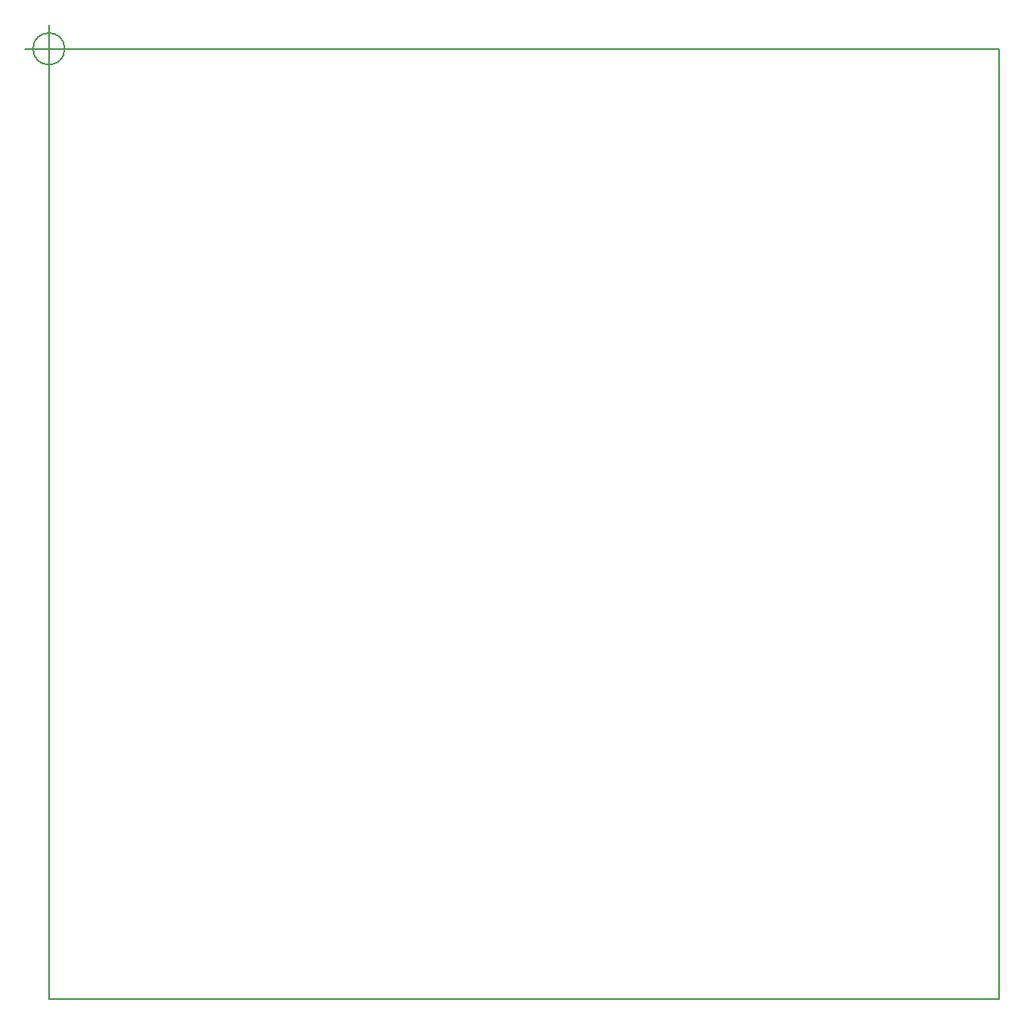
<source format=gbr>
G04 #@! TF.FileFunction,Profile,NP*
%FSLAX46Y46*%
G04 Gerber Fmt 4.6, Leading zero omitted, Abs format (unit mm)*
G04 Created by KiCad (PCBNEW (2014-12-16 BZR 5324)-product) date Mo 26 Jan 2015 14:40:25 CET*
%MOMM*%
G01*
G04 APERTURE LIST*
%ADD10C,0.100000*%
%ADD11C,0.150000*%
G04 APERTURE END LIST*
D10*
D11*
X71600666Y-35940000D02*
G75*
G03X71600666Y-35940000I-1666666J0D01*
G01*
X67434000Y-35940000D02*
X72434000Y-35940000D01*
X69934000Y-33440000D02*
X69934000Y-38440000D01*
X169934000Y-35940000D02*
X69934000Y-35940000D01*
X169934000Y-135940000D02*
X169934000Y-35940000D01*
X69934000Y-135940000D02*
X169934000Y-135940000D01*
X69934000Y-35940000D02*
X69934000Y-135940000D01*
M02*

</source>
